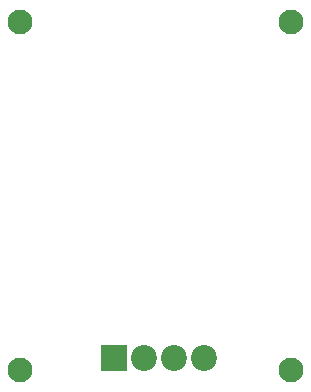
<source format=gbs>
%TF.GenerationSoftware,KiCad,Pcbnew,(5.1.12)-1*%
%TF.CreationDate,2022-08-18T11:38:46-07:00*%
%TF.ProjectId,HighPressureSensorArray,48696768-5072-4657-9373-75726553656e,rev?*%
%TF.SameCoordinates,Original*%
%TF.FileFunction,Soldermask,Bot*%
%TF.FilePolarity,Negative*%
%FSLAX46Y46*%
G04 Gerber Fmt 4.6, Leading zero omitted, Abs format (unit mm)*
G04 Created by KiCad (PCBNEW (5.1.12)-1) date 2022-08-18 11:38:46*
%MOMM*%
%LPD*%
G01*
G04 APERTURE LIST*
%ADD10C,2.100000*%
%ADD11R,2.200000X2.200000*%
%ADD12C,2.200000*%
G04 APERTURE END LIST*
D10*
X92000000Y-81000000D03*
X92000000Y-51500000D03*
X115000000Y-51500000D03*
X115000000Y-81000000D03*
D11*
X100000000Y-80000000D03*
D12*
X102540000Y-80000000D03*
X105080000Y-80000000D03*
X107620000Y-80000000D03*
M02*

</source>
